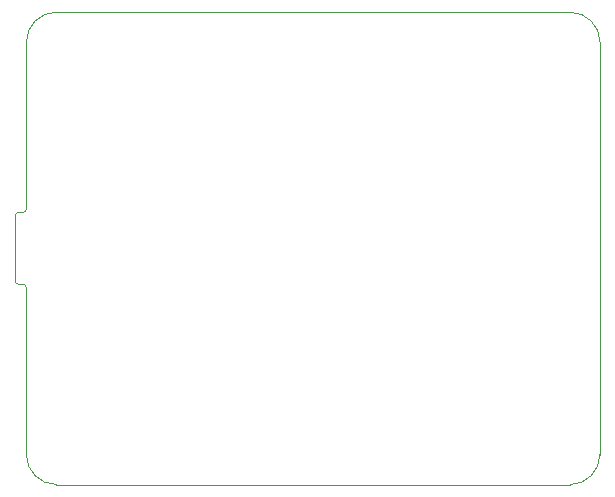
<source format=gm1>
%TF.GenerationSoftware,KiCad,Pcbnew,(6.0.4)*%
%TF.CreationDate,2022-04-23T23:59:39+08:00*%
%TF.ProjectId,USBC_PD_TEST,55534243-5f50-4445-9f54-4553542e6b69,V0.9*%
%TF.SameCoordinates,Original*%
%TF.FileFunction,Profile,NP*%
%FSLAX46Y46*%
G04 Gerber Fmt 4.6, Leading zero omitted, Abs format (unit mm)*
G04 Created by KiCad (PCBNEW (6.0.4)) date 2022-04-23 23:59:39*
%MOMM*%
%LPD*%
G01*
G04 APERTURE LIST*
%TA.AperFunction,Profile*%
%ADD10C,0.100000*%
%TD*%
G04 APERTURE END LIST*
D10*
X122259000Y-82484000D02*
X78774000Y-82484000D01*
X76234000Y-58166000D02*
X76234000Y-45024000D01*
X75980000Y-59436000D02*
X75599000Y-59436000D01*
X78774000Y-42484000D02*
X122259000Y-42484000D01*
X75294200Y-59690000D02*
X75294200Y-65227200D01*
X75980000Y-59436000D02*
G75*
G03*
X76234000Y-59182000I0J254000D01*
G01*
X75573600Y-65532000D02*
X75929200Y-65532000D01*
X76234000Y-79944000D02*
X76234000Y-66954400D01*
X78774000Y-42484000D02*
G75*
G03*
X76234000Y-45024000I0J-2540000D01*
G01*
X76234000Y-79944000D02*
G75*
G03*
X78774000Y-82484000I2540000J0D01*
G01*
X124799000Y-45024000D02*
G75*
G03*
X122259000Y-42484000I-2540000J0D01*
G01*
X76234000Y-58166000D02*
X76234000Y-59182000D01*
X76234016Y-65785997D02*
G75*
G03*
X75929200Y-65532000I-304816J-55903D01*
G01*
X75599000Y-59436016D02*
G75*
G03*
X75294200Y-59690000I0J-309884D01*
G01*
X122259000Y-82484000D02*
G75*
G03*
X124799000Y-79944000I0J2540000D01*
G01*
X75294155Y-65227196D02*
G75*
G03*
X75573600Y-65532000I279445J-24304D01*
G01*
X76234000Y-65786000D02*
X76234000Y-66954400D01*
X124799000Y-45024000D02*
X124799000Y-79944000D01*
M02*

</source>
